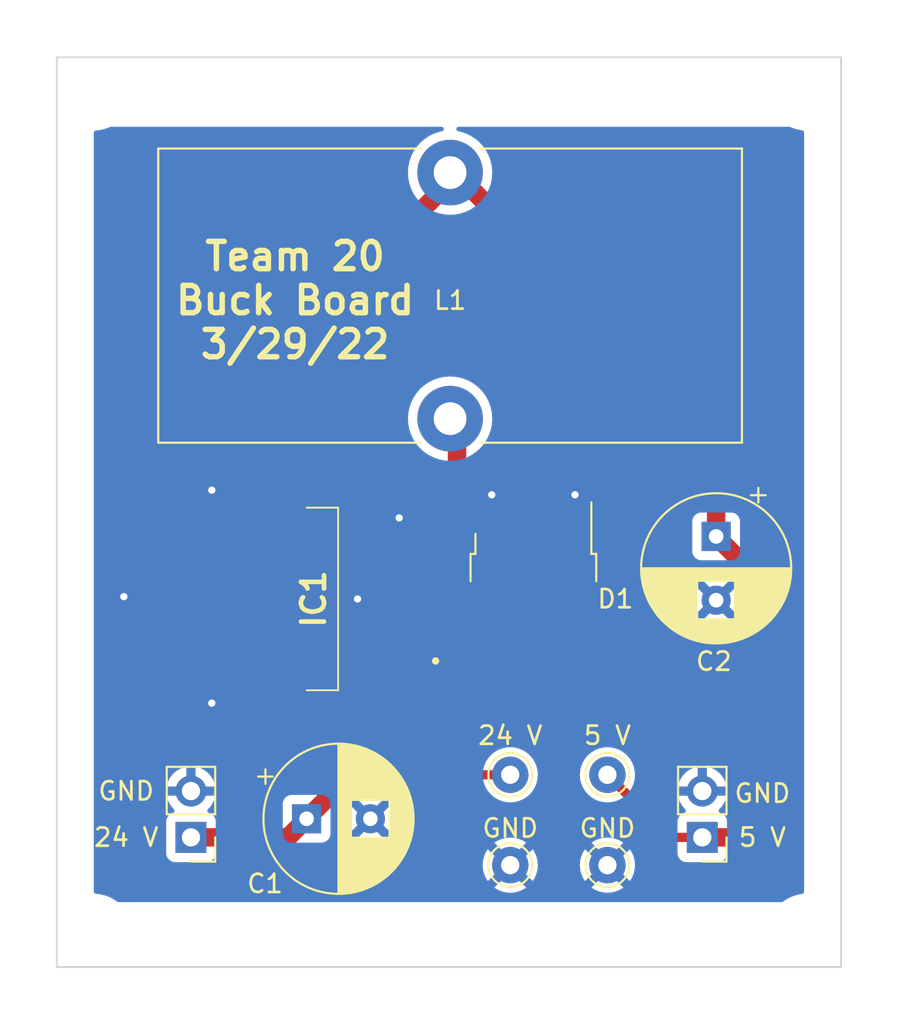
<source format=kicad_pcb>
(kicad_pcb (version 20211014) (generator pcbnew)
  (layers (0 "F.Cu" signal) (31 "B.Cu" signal) (34 "B.Paste" user) (35 "F.Paste" user) (36 "B.SilkS" user "B.Silkscreen") (37 "F.SilkS" user "F.Silkscreen") (38 "B.Mask" user) (39 "F.Mask" user) (44 "Edge.Cuts" user))
  (net 0 "")
  (net 1 "+24V")
  (net 2 "GND")
  (net 3 "+5V")
  (net 4 "Net-(IC1-Pad2)")
  (footprint "MountingHole:MountingHole_3.2mm_M3" (layer "F.Cu") (at 94.107 90.424)
    (fp_text reference "H3")
    (fp_text value "MountingHole")
    (pad "" np_thru_hole circle (at 0 0) (size 3.2 3.2) (drill 3.2) (layers *.Cu *.Mask))
  )
  (footprint "Package_TO_SOT_SMD:TO-252-2" (layer "F.Cu") (at 79.121 72.136 -90)
    (fp_text reference "D1" (at 0 -4.5 180) (layer "F.SilkS"))
    (fp_text value "D_Schottky_AKA")
    (fp_line (start -2.47 -3.45) (end -2.47 -3.18) (layer "F.SilkS") (width 0.12))
    (fp_line (start -2.47 3.45) (end -2.47 3.18) (layer "F.SilkS") (width 0.12))
    (fp_line (start -0.97 3.45) (end -2.47 3.45) (layer "F.SilkS") (width 0.12))
    (fp_line (start -2.47 -3.18) (end -5.3 -3.18) (layer "F.SilkS") (width 0.12))
    (fp_line (start -2.47 3.18) (end -3.57 3.18) (layer "F.SilkS") (width 0.12))
    (fp_line (start -0.97 -3.45) (end -2.47 -3.45) (layer "F.SilkS") (width 0.12))
    (pad "1" smd rect (at -4.2 -2.28 270) (size 2.2 1.2) (layers "F.Cu" "F.Paste" "F.Mask") (net 2 "GND"))
    (pad "2" smd rect (at 2.1 0 270) (size 6.4 5.8) (layers "F.Cu" "F.Mask") (net 4 "Net-(IC1-Pad2)"))
    (pad "3" smd rect (at -4.2 2.28 270) (size 2.2 1.2) (layers "F.Cu" "F.Paste" "F.Mask") (net 2 "GND"))
  )
  (footprint "TestPoint:TestPoint_THTPad_D2.0mm_Drill1.0mm" (layer "F.Cu") (at 77.851 81.783)
    (fp_text reference "TP1")
    (fp_text value "24 V" (at 0 -2.154) (layer "F.SilkS"))
    (fp_circle (center 0 0) (end 0 1.2) (layer "F.SilkS") (width 0.12) (fill none))
    (pad "1" thru_hole circle (at 0 0) (size 2 2) (drill 1) (layers *.Cu *.Mask) (net 1 "+24V"))
  )
  (footprint "MountingHole:MountingHole_3.2mm_M3" (layer "F.Cu") (at 54.991 90.424)
    (fp_text reference "H2")
    (fp_text value "MountingHole")
    (pad "" np_thru_hole circle (at 0 0) (size 3.2 3.2) (drill 3.2) (layers *.Cu *.Mask))
  )
  (footprint "MountingHole:MountingHole_3.2mm_M3" (layer "F.Cu") (at 54.991 44.323)
    (fp_text reference "H1")
    (fp_text value "MountingHole")
    (pad "" np_thru_hole circle (at 0 0) (size 3.2 3.2) (drill 3.2) (layers *.Cu *.Mask))
  )
  (footprint "MountingHole:MountingHole_3.2mm_M3" (layer "F.Cu") (at 94.107 44.323)
    (fp_text reference "H4")
    (fp_text value "MountingHole")
    (pad "" np_thru_hole circle (at 0 0) (size 3.2 3.2) (drill 3.2) (layers *.Cu *.Mask))
  )
  (footprint "TestPoint:TestPoint_THTPad_D2.0mm_Drill1.0mm" (layer "F.Cu") (at 77.851 86.741)
    (fp_text reference "TP4")
    (fp_text value "GND" (at 0 -2.027) (layer "F.SilkS"))
    (fp_circle (center 0 0) (end 0 1.2) (layer "F.SilkS") (width 0.12) (fill none))
    (pad "1" thru_hole circle (at 0 0) (size 2 2) (drill 1) (layers *.Cu *.Mask) (net 2 "GND"))
  )
  (footprint "Capacitor_THT:CP_Radial_D8.0mm_P3.50mm" (layer "F.Cu") (at 66.673349 84.196)
    (fp_text reference "C1" (at -2.284349 3.561) (layer "F.SilkS"))
    (fp_text value "100uF")
    (fp_line (start 5.031 -2.454) (end 5.031 2.454) (layer "F.SilkS") (width 0.12))
    (fp_line (start 3.591 -3.647) (end 3.591 -1.04) (layer "F.SilkS") (width 0.12))
    (fp_line (start 3.231 -3.805) (end 3.231 -1.04) (layer "F.SilkS") (width 0.12))
    (fp_line (start 2.871 -3.925) (end 2.871 -1.04) (layer "F.SilkS") (width 0.12))
    (fp_line (start 1.75 -4.08) (end 1.75 4.08) (layer "F.SilkS") (width 0.12))
    (fp_line (start 3.471 1.04) (end 3.471 3.704) (layer "F.SilkS") (width 0.12))
    (fp_line (start 4.431 1.04) (end 4.431 3.09) (layer "F.SilkS") (width 0.12))
    (fp_line (start 2.951 -3.902) (end 2.951 -1.04) (layer "F.SilkS") (width 0.12))
    (fp_line (start 2.591 -3.994) (end 2.591 -1.04) (layer "F.SilkS") (width 0.12))
    (fp_line (start 5.351 -1.964) (end 5.351 1.964) (layer "F.SilkS") (width 0.12))
    (fp_line (start 3.311 1.04) (end 3.311 3.774) (layer "F.SilkS") (width 0.12))
    (fp_line (start 2.591 1.04) (end 2.591 3.994) (layer "F.SilkS") (width 0.12))
    (fp_line (start 1.91 -4.077) (end 1.91 4.077) (layer "F.SilkS") (width 0.12))
    (fp_line (start -2.659698 -2.315) (end -1.859698 -2.315) (layer "F.SilkS") (width 0.12))
    (fp_line (start 1.87 -4.079) (end 1.87 4.079) (layer "F.SilkS") (width 0.12))
    (fp_line (start 3.991 1.04) (end 3.991 3.418) (layer "F.SilkS") (width 0.12))
    (fp_line (start 4.671 -2.867) (end 4.671 2.867) (layer "F.SilkS") (width 0.12))
    (fp_line (start 2.31 -4.042) (end 2.31 4.042) (layer "F.SilkS") (width 0.12))
    (fp_line (start 5.631 -1.346) (end 5.631 1.346) (layer "F.SilkS") (width 0.12))
    (fp_line (start 4.991 -2.505) (end 4.991 2.505) (layer "F.SilkS") (width 0.12))
    (fp_line (start 5.711 -1.098) (end 5.711 1.098) (layer "F.SilkS") (width 0.12))
    (fp_line (start 4.271 1.04) (end 4.271 3.22) (layer "F.SilkS") (width 0.12))
    (fp_line (start 3.431 1.04) (end 3.431 3.722) (layer "F.SilkS") (width 0.12))
    (fp_line (start 4.831 -2.697) (end 4.831 2.697) (layer "F.SilkS") (width 0.12))
    (fp_line (start 4.191 1.04) (end 4.191 3.28) (layer "F.SilkS") (width 0.12))
    (fp_line (start 4.191 -3.28) (end 4.191 -1.04) (layer "F.SilkS") (width 0.12))
    (fp_line (start 3.391 -3.74) (end 3.391 -1.04) (layer "F.SilkS") (width 0.12))
    (fp_line (start 3.871 1.04) (end 3.871 3.493) (layer "F.SilkS") (width 0.12))
    (fp_line (start 3.711 -3.584) (end 3.711 -1.04) (layer "F.SilkS") (width 0.12))
    (fp_line (start 4.391 1.04) (end 4.391 3.124) (layer "F.SilkS") (width 0.12))
    (fp_line (start 4.711 -2.826) (end 4.711 2.826) (layer "F.SilkS") (width 0.12))
    (fp_line (start 4.151 -3.309) (end 4.151 -1.04) (layer "F.SilkS") (width 0.12))
    (fp_line (start 3.271 -3.79) (end 3.271 -1.04) (layer "F.SilkS") (width 0.12))
    (fp_line (start 1.95 -4.076) (end 1.95 4.076) (layer "F.SilkS") (width 0.12))
    (fp_line (start 3.471 -3.704) (end 3.471 -1.04) (layer "F.SilkS") (width 0.12))
    (fp_line (start 2.671 -3.976) (end 2.671 -1.04) (layer "F.SilkS") (width 0.12))
    (fp_line (start 3.631 1.04) (end 3.631 3.627) (layer "F.SilkS") (width 0.12))
    (fp_line (start 5.271 -2.102) (end 5.271 2.102) (layer "F.SilkS") (width 0.12))
    (fp_line (start 4.311 1.04) (end 4.311 3.189) (layer "F.SilkS") (width 0.12))
    (fp_line (start 2.11 -4.065) (end 2.11 4.065) (layer "F.SilkS") (width 0.12))
    (fp_line (start 3.751 -3.562) (end 3.751 -1.04) (layer "F.SilkS") (width 0.12))
    (fp_line (start 4.031 1.04) (end 4.031 3.392) (layer "F.SilkS") (width 0.12))
    (fp_line (start 5.791 -0.768) (end 5.791 0.768) (layer "F.SilkS") (width 0.12))
    (fp_line (start 2.991 1.04) (end 2.991 3.889) (layer "F.SilkS") (width 0.12))
    (fp_line (start 3.071 1.04) (end 3.071 3.863) (layer "F.SilkS") (width 0.12))
    (fp_line (start 4.071 1.04) (end 4.071 3.365) (layer "F.SilkS") (width 0.12))
    (fp_line (start 3.551 -3.666) (end 3.551 -1.04) (layer "F.SilkS") (width 0.12))
    (fp_line (start 3.751 1.04) (end 3.751 3.562) (layer "F.SilkS") (width 0.12))
    (fp_line (start 3.191 1.04) (end 3.191 3.821) (layer "F.SilkS") (width 0.12))
    (fp_line (start 3.351 1.04) (end 3.351 3.757) (layer "F.SilkS") (width 0.12))
    (fp_line (start 4.751 -2.784) (end 4.751 2.784) (layer "F.SilkS") (width 0.12))
    (fp_line (start 4.271 -3.22) (end 4.271 -1.04) (layer "F.SilkS") (width 0.12))
    (fp_line (start 2.711 1.04) (end 2.711 3.967) (layer "F.SilkS") (width 0.12))
    (fp_line (start 2.751 -3.957) (end 2.751 -1.04) (layer "F.SilkS") (width 0.12))
    (fp_line (start 2.911 1.04) (end 2.911 3.914) (layer "F.SilkS") (width 0.12))
    (fp_line (start 4.871 -2.651) (end 4.871 2.651) (layer "F.SilkS") (width 0.12))
    (fp_line (start 5.431 -1.813) (end 5.431 1.813) (layer "F.SilkS") (width 0.12))
    (fp_line (start 4.231 -3.25) (end 4.231 -1.04) (layer "F.SilkS") (width 0.12))
    (fp_line (start 2.871 1.04) (end 2.871 3.925) (layer "F.SilkS") (width 0.12))
    (fp_line (start 3.671 -3.606) (end 3.671 -1.04) (layer "F.SilkS") (width 0.12))
    (fp_line (start 2.35 -4.037) (end 2.35 4.037) (layer "F.SilkS") (width 0.12))
    (fp_line (start 3.591 1.04) (end 3.591 3.647) (layer "F.SilkS") (width 0.12))
    (fp_line (start 4.511 1.04) (end 4.511 3.019) (layer "F.SilkS") (width 0.12))
    (fp_line (start 3.231 1.04) (end 3.231 3.805) (layer "F.SilkS") (width 0.12))
    (fp_line (start 5.151 -2.287) (end 5.151 2.287) (layer "F.SilkS") (width 0.12))
    (fp_line (start 2.471 -4.017) (end 2.471 -1.04) (layer "F.SilkS") (width 0.12))
    (fp_line (start 5.831 -0.533) (end 5.831 0.533) (layer "F.SilkS") (width 0.12))
    (fp_line (start 4.431 -3.09) (end 4.431 -1.04) (layer "F.SilkS") (width 0.12))
    (fp_line (start 2.671 1.04) (end 2.671 3.976) (layer "F.SilkS") (width 0.12))
    (fp_line (start 3.111 -3.85) (end 3.111 -1.04) (layer "F.SilkS") (width 0.12))
    (fp_line (start 5.391 -1.89) (end 5.391 1.89) (layer "F.SilkS") (width 0.12))
    (fp_line (start 4.471 1.04) (end 4.471 3.055) (layer "F.SilkS") (width 0.12))
    (fp_line (start 3.551 1.04) (end 3.551 3.666) (layer "F.SilkS") (width 0.12))
    (fp_line (start 5.231 -2.166) (end 5.231 2.166) (layer "F.SilkS") (width 0.12))
    (fp_line (start 2.711 -3.967) (end 2.711 -1.04) (layer "F.SilkS") (width 0.12))
    (fp_line (start 3.911 1.04) (end 3.911 3.469) (layer "F.SilkS") (width 0.12))
    (fp_line (start 5.551 -1.552) (end 5.551 1.552) (layer "F.SilkS") (width 0.12))
    (fp_line (start 2.511 -4.01) (end 2.511 -1.04) (layer "F.SilkS") (width 0.12))
    (fp_line (start 4.391 -3.124) (end 4.391 -1.04) (layer "F.SilkS") (width 0.12))
    (fp_line (start 3.391 1.04) (end 3.391 3.74) (layer "F.SilkS") (width 0.12))
    (fp_line (start 4.111 -3.338) (end 4.111 -1.04) (layer "F.SilkS") (width 0.12))
    (fp_line (start 2.471 1.04) (end 2.471 4.017) (layer "F.SilkS") (width 0.12))
    (fp_line (start 2.07 -4.068) (end 2.07 4.068) (layer "F.SilkS") (width 0.12))
    (fp_line (start 2.19 -4.057) (end 2.19 4.057) (layer "F.SilkS") (width 0.12))
    (fp_line (start 2.751 1.04) (end 2.751 3.957) (layer "F.SilkS") (width 0.12))
    (fp_line (start 4.111 1.04) (end 4.111 3.338) (layer "F.SilkS") (width 0.12))
    (fp_line (start 3.951 -3.444) (end 3.951 -1.04) (layer "F.SilkS") (width 0.12))
    (fp_line (start 4.311 -3.189) (end 4.311 -1.04) (layer "F.SilkS") (width 0.12))
    (fp_line (start 3.031 -3.877) (end 3.031 -1.04) (layer "F.SilkS") (width 0.12))
    (fp_line (start 4.031 -3.392) (end 4.031 -1.04) (layer "F.SilkS") (width 0.12))
    (fp_line (start 3.351 -3.757) (end 3.351 -1.04) (layer "F.SilkS") (width 0.12))
    (fp_line (start 3.431 -3.722) (end 3.431 -1.04) (layer "F.SilkS") (width 0.12))
    (fp_line (start 3.831 1.04) (end 3.831 3.517) (layer "F.SilkS") (width 0.12))
    (fp_line (start 3.311 -3.774) (end 3.311 -1.04) (layer "F.SilkS") (width 0.12))
    (fp_line (start 3.151 1.04) (end 3.151 3.835) (layer "F.SilkS") (width 0.12))
    (fp_line (start 4.551 -2.983) (end 4.551 2.983) (layer "F.SilkS") (width 0.12))
    (fp_line (start 4.631 -2.907) (end 4.631 2.907) (layer "F.SilkS") (width 0.12))
    (fp_line (start 3.991 -3.418) (end 3.991 -1.04) (layer "F.SilkS") (width 0.12))
    (fp_line (start 2.831 -3.936) (end 2.831 -1.04) (layer "F.SilkS") (width 0.12))
    (fp_line (start 5.191 -2.228) (end 5.191 2.228) (layer "F.SilkS") (width 0.12))
    (fp_line (start 3.191 -3.821) (end 3.191 -1.04) (layer "F.SilkS") (width 0.12))
    (fp_line (start 2.511 1.04) (end 2.511 4.01) (layer "F.SilkS") (width 0.12))
    (fp_line (start 2.631 -3.985) (end 2.631 -1.04) (layer "F.SilkS") (width 0.12))
    (fp_line (start 2.951 1.04) (end 2.951 3.902) (layer "F.SilkS") (width 0.12))
    (fp_line (start 4.071 -3.365) (end 4.071 -1.04) (layer "F.SilkS") (width 0.12))
    (fp_line (start 4.351 1.04) (end 4.351 3.156) (layer "F.SilkS") (width 0.12))
    (fp_line (start 1.83 -4.08) (end 1.83 4.08) (layer "F.SilkS") (width 0.12))
    (fp_line (start 3.511 1.04) (end 3.511 3.686) (layer "F.SilkS") (width 0.12))
    (fp_line (start 4.791 -2.741) (end 4.791 2.741) (layer "F.SilkS") (width 0.12))
    (fp_line (start 4.911 -2.604) (end 4.911 2.604) (layer "F.SilkS") (width 0.12))
    (fp_line (start 2.831 1.04) (end 2.831 3.936) (layer "F.SilkS") (width 0.12))
    (fp_line (start 3.271 1.04) (end 3.271 3.79) (layer "F.SilkS") (width 0.12))
    (fp_line (start 3.831 -3.517) (end 3.831 -1.04) (layer "F.SilkS") (width 0.12))
    (fp_line (start -2.259698 -2.715) (end -2.259698 -1.915) (layer "F.SilkS") (width 0.12))
    (fp_line (start 2.631 1.04) (end 2.631 3.985) (layer "F.SilkS") (width 0.12))
    (fp_line (start 3.711 1.04) (end 3.711 3.584) (layer "F.SilkS") (width 0.12))
    (fp_line (start 4.951 -2.556) (end 4.951 2.556) (layer "F.SilkS") (width 0.12))
    (fp_line (start 3.671 1.04) (end 3.671 3.606) (layer "F.SilkS") (width 0.12))
    (fp_line (start 2.911 -3.914) (end 2.911 -1.04) (layer "F.SilkS") (width 0.12))
    (fp_line (start 5.591 -1.453) (end 5.591 1.453) (layer "F.SilkS") (width 0.12))
    (fp_line (start 3.511 -3.686) (end 3.511 -1.04) (layer "F.SilkS") (width 0.12))
    (fp_line (start 2.551 -4.002) (end 2.551 -1.04) (layer "F.SilkS") (width 0.12))
    (fp_line (start 5.311 -2.034) (end 5.311 2.034) (layer "F.SilkS") (width 0.12))
    (fp_line (start 3.071 -3.863) (end 3.071 -1.04) (layer "F.SilkS") (width 0.12))
    (fp_line (start 2.39 -4.03) (end 2.39 4.03) (layer "F.SilkS") (width 0.12))
    (fp_line (start 5.511 -1.645) (end 5.511 1.645) (layer "F.SilkS") (width 0.12))
    (fp_line (start 4.471 -3.055) (end 4.471 -1.04) (layer "F.SilkS") (width 0.12))
    (fp_line (start 5.751 -0.948) (end 5.751 0.948) (layer "F.SilkS") (width 0.12))
    (fp_line (start 4.151 1.04) (end 4.151 3.309) (layer "F.SilkS") (width 0.12))
    (fp_line (start 5.471 -1.731) (end 5.471 1.731) (layer "F.SilkS") (width 0.12))
    (fp_line (start 3.871 -3.493) (end 3.871 -1.04) (layer "F.SilkS") (width 0.12))
    (fp_line (start 5.111 -2.345) (end 5.111 2.345) (layer "F.SilkS") (width 0.12))
    (fp_line (start 5.671 -1.229) (end 5.671 1.229) (layer "F.SilkS") (width 0.12))
    (fp_line (start 3.951 1.04) (end 3.951 3.444) (layer "F.SilkS") (width 0.12))
    (fp_line (start 2.27 -4.048) (end 2.27 4.048) (layer "F.SilkS") (width 0.12))
    (fp_line (start 3.631 -3.627) (end 3.631 -1.04) (layer "F.SilkS") (width 0.12))
    (fp_line (start 3.031 1.04) (end 3.031 3.877) (layer "F.SilkS") (width 0.12))
    (fp_line (start 3.111 1.04) (end 3.111 3.85) (layer "F.SilkS") (width 0.12))
    (fp_line (start 4.231 1.04) (end 4.231 3.25) (layer "F.SilkS") (width 0.12))
    (fp_line (start 3.791 1.04) (end 3.791 3.54) (layer "F.SilkS") (width 0.12))
    (fp_line (start 2.991 -3.889) (end 2.991 -1.04) (layer "F.SilkS") (width 0.12))
    (fp_line (start 2.15 -4.061) (end 2.15 4.061) (layer "F.SilkS") (width 0.12))
    (fp_line (start 5.071 -2.4) (end 5.071 2.4) (layer "F.SilkS") (width 0.12))
    (fp_line (start 2.551 1.04) (end 2.551 4.002) (layer "F.SilkS") (width 0.12))
    (fp_line (start 3.911 -3.469) (end 3.911 -1.04) (layer "F.SilkS") (width 0.12))
    (fp_line (start 2.03 -4.071) (end 2.03 4.071) (layer "F.SilkS") (width 0.12))
    (fp_line (start 3.791 -3.54) (end 3.791 -1.04) (layer "F.SilkS") (width 0.12))
    (fp_line (start 2.23 -4.052) (end 2.23 4.052) (layer "F.SilkS") (width 0.12))
    (fp_line (start 4.511 -3.019) (end 4.511 -1.04) (layer "F.SilkS") (width 0.12))
    (fp_line (start 4.351 -3.156) (end 4.351 -1.04) (layer "F.SilkS") (width 0.12))
    (fp_line (start 2.43 -4.024) (end 2.43 4.024) (layer "F.SilkS") (width 0.12))
    (fp_line (start 2.791 -3.947) (end 2.791 -1.04) (layer "F.SilkS") (width 0.12))
    (fp_line (start 1.99 -4.074) (end 1.99 4.074) (layer "F.SilkS") (width 0.12))
    (fp_line (start 1.79 -4.08) (end 1.79 4.08) (layer "F.SilkS") (width 0.12))
    (fp_line (start 3.151 -3.835) (end 3.151 -1.04) (layer "F.SilkS") (width 0.12))
    (fp_line (start 4.591 -2.945) (end 4.591 2.945) (layer "F.SilkS") (width 0.12))
    (fp_line (start 2.791 1.04) (end 2.791 3.947) (layer "F.SilkS") (width 0.12))
    (fp_circle (center 1.75 0) (end 5.87 0) (layer "F.SilkS") (width 0.12) (fill none))
    (pad "1" thru_hole rect (at 0 0) (size 1.6 1.6) (drill 0.8) (layers *.Cu *.Mask) (net 1 "+24V"))
    (pad "2" thru_hole circle (at 3.5 0) (size 1.6 1.6) (drill 0.8) (layers *.Cu *.Mask) (net 2 "GND"))
  )
  (footprint "SamacSys_Parts:NCP5663DSADJR4G" (layer "F.Cu") (at 59.055 72.136)
    (fp_text reference "IC1" (at 8.001 0 90) (layer "F.SilkS") (effects (font (size 1.27 1.27) (thickness 0.254))))
    (fp_text value "LM2575D2T-5R4G" hide)
    (fp_line (start 9.347 -5.01) (end 7.62 -5.01) (layer "F.SilkS") (width 0.1))
    (fp_line (start 14.7 3.5) (end 14.7 3.5) (layer "F.SilkS") (width 0.2))
    (fp_line (start 9.347 5.01) (end 9.347 -5.01) (layer "F.SilkS") (width 0.1))
    (fp_line (start 7.62 5.01) (end 9.347 5.01) (layer "F.SilkS") (width 0.1))
    (fp_line (start 14.7 3.3) (end 14.7 3.3) (layer "F.SilkS") (width 0.2))
    (fp_arc (start 14.7 3.5) (mid 14.6 3.4) (end 14.7 3.3) (layer "F.SilkS") (width 0.2))
    (fp_arc (start 14.7 3.3) (mid 14.8 3.4) (end 14.7 3.5) (layer "F.SilkS") (width 0.2))
    (pad "1" smd rect locked (at 12.7 3.404 90) (size 1.016 3.05) (layers "F.Cu" "F.Paste" "F.Mask") (net 1 "+24V"))
    (pad "2" smd rect locked (at 12.7 1.702 90) (size 1.016 3.05) (layers "F.Cu" "F.Paste" "F.Mask") (net 4 "Net-(IC1-Pad2)"))
    (pad "3" smd rect locked (at 12.7 0 90) (size 1.016 3.05) (layers "F.Cu" "F.Paste" "F.Mask") (net 2 "GND"))
    (pad "4" smd rect locked (at 12.7 -1.702 90) (size 1.016 3.05) (layers "F.Cu" "F.Paste" "F.Mask") (net 3 "+5V"))
    (pad "5" smd rect locked (at 12.7 -3.404 90) (size 1.016 3.05) (layers "F.Cu" "F.Paste" "F.Mask") (net 2 "GND"))
    (pad "6" smd rect locked (at 2.395 0) (size 8.38 10.66) (layers "F.Cu" "F.Paste" "F.Mask") (net 2 "GND"))
  )
  (footprint "Inductor_THT:L_Toroid_Vertical_L31.8mm_W15.9mm_P13.50mm_Bourns_5700" (layer "F.Cu") (at 74.549 62.244 180)
    (fp_text reference "L1" (at 0 6.491) (layer "F.SilkS"))
    (fp_text value "330uH")
    (fp_line (start -16.02 14.82) (end -1.608 14.82) (layer "F.SilkS") (width 0.12))
    (fp_line (start -16.02 -1.32) (end -1.608 -1.32) (layer "F.SilkS") (width 0.12))
    (fp_line (start 16.02 -1.32) (end 16.02 14.82) (layer "F.SilkS") (width 0.12))
    (fp_line (start 1.608 -1.32) (end 16.02 -1.32) (layer "F.SilkS") (width 0.12))
    (fp_line (start 1.608 14.82) (end 16.02 14.82) (layer "F.SilkS") (width 0.12))
    (fp_line (start -16.02 -1.32) (end -16.02 14.82) (layer "F.SilkS") (width 0.12))
    (pad "1" thru_hole circle (at 0 0 180) (size 3.6 3.6) (drill 1.8) (layers *.Cu *.Mask) (net 4 "Net-(IC1-Pad2)"))
    (pad "2" thru_hole circle (at 0 13.5 180) (size 3.6 3.6) (drill 1.8) (layers *.Cu *.Mask) (net 3 "+5V"))
  )
  (footprint "Capacitor_THT:CP_Radial_D8.0mm_P3.50mm" (layer "F.Cu") (at 89.154 68.705349 -90)
    (fp_text reference "C2" (at 6.859651 0.127 180) (layer "F.SilkS"))
    (fp_text value "330uF")
    (fp_line (start 4.191 1.04) (end 4.191 3.28) (layer "F.SilkS") (width 0.12))
    (fp_line (start 3.671 -3.606) (end 3.671 -1.04) (layer "F.SilkS") (width 0.12))
    (fp_line (start 1.83 -4.08) (end 1.83 4.08) (layer "F.SilkS") (width 0.12))
    (fp_line (start 2.35 -4.037) (end 2.35 4.037) (layer "F.SilkS") (width 0.12))
    (fp_line (start 4.311 1.04) (end 4.311 3.189) (layer "F.SilkS") (width 0.12))
    (fp_line (start 3.871 -3.493) (end 3.871 -1.04) (layer "F.SilkS") (width 0.12))
    (fp_line (start 3.711 1.04) (end 3.711 3.584) (layer "F.SilkS") (width 0.12))
    (fp_line (start 5.791 -0.768) (end 5.791 0.768) (layer "F.SilkS") (width 0.12))
    (fp_line (start 2.751 1.04) (end 2.751 3.957) (layer "F.SilkS") (width 0.12))
    (fp_line (start 2.871 -3.925) (end 2.871 -1.04) (layer "F.SilkS") (width 0.12))
    (fp_line (start 2.27 -4.048) (end 2.27 4.048) (layer "F.SilkS") (width 0.12))
    (fp_line (start 3.191 1.04) (end 3.191 3.821) (layer "F.SilkS") (width 0.12))
    (fp_line (start 3.631 -3.627) (end 3.631 -1.04) (layer "F.SilkS") (width 0.12))
    (fp_line (start 4.231 -3.25) (end 4.231 -1.04) (layer "F.SilkS") (width 0.12))
    (fp_line (start 1.87 -4.079) (end 1.87 4.079) (layer "F.SilkS") (width 0.12))
    (fp_line (start 4.111 1.04) (end 4.111 3.338) (layer "F.SilkS") (width 0.12))
    (fp_line (start 4.871 -2.651) (end 4.871 2.651) (layer "F.SilkS") (width 0.12))
    (fp_line (start 2.11 -4.065) (end 2.11 4.065) (layer "F.SilkS") (width 0.12))
    (fp_line (start 5.711 -1.098) (end 5.711 1.098) (layer "F.SilkS") (width 0.12))
    (fp_line (start 3.271 1.04) (end 3.271 3.79) (layer "F.SilkS") (width 0.12))
    (fp_line (start 4.671 -2.867) (end 4.671 2.867) (layer "F.SilkS") (width 0.12))
    (fp_line (start 5.031 -2.454) (end 5.031 2.454) (layer "F.SilkS") (width 0.12))
    (fp_line (start 2.43 -4.024) (end 2.43 4.024) (layer "F.SilkS") (width 0.12))
    (fp_line (start 5.591 -1.453) (end 5.591 1.453) (layer "F.SilkS") (width 0.12))
    (fp_line (start 4.031 1.04) (end 4.031 3.392) (layer "F.SilkS") (width 0.12))
    (fp_line (start 2.03 -4.071) (end 2.03 4.071) (layer "F.SilkS") (width 0.12))
    (fp_line (start 3.471 -3.704) (end 3.471 -1.04) (layer "F.SilkS") (width 0.12))
    (fp_line (start 2.951 1.04) (end 2.951 3.902) (layer "F.SilkS") (width 0.12))
    (fp_line (start 2.39 -4.03) (end 2.39 4.03) (layer "F.SilkS") (width 0.12))
    (fp_line (start 4.791 -2.741) (end 4.791 2.741) (layer "F.SilkS") (width 0.12))
    (fp_line (start 4.511 -3.019) (end 4.511 -1.04) (layer "F.SilkS") (width 0.12))
    (fp_line (start 5.431 -1.813) (end 5.431 1.813) (layer "F.SilkS") (width 0.12))
    (fp_line (start 4.391 -3.124) (end 4.391 -1.04) (layer "F.SilkS") (width 0.12))
    (fp_line (start 3.151 1.04) (end 3.151 3.835) (layer "F.SilkS") (width 0.12))
    (fp_line (start 5.151 -2.287) (end 5.151 2.287) (layer "F.SilkS") (width 0.12))
    (fp_line (start 4.431 1.04) (end 4.431 3.09) (layer "F.SilkS") (width 0.12))
    (fp_line (start 2.871 1.04) (end 2.871 3.925) (layer "F.SilkS") (width 0.12))
    (fp_line (start 2.711 -3.967) (end 2.711 -1.04) (layer "F.SilkS") (width 0.12))
    (fp_line (start 5.111 -2.345) (end 5.111 2.345) (layer "F.SilkS") (width 0.12))
    (fp_line (start 3.271 -3.79) (end 3.271 -1.04) (layer "F.SilkS") (width 0.12))
    (fp_line (start 3.751 -3.562) (end 3.751 -1.04) (layer "F.SilkS") (width 0.12))
    (fp_line (start 3.591 -3.647) (end 3.591 -1.04) (layer "F.SilkS") (width 0.12))
    (fp_line (start 2.751 -3.957) (end 2.751 -1.04) (layer "F.SilkS") (width 0.12))
    (fp_line (start 2.711 1.04) (end 2.711 3.967) (layer "F.SilkS") (width 0.12))
    (fp_line (start 5.631 -1.346) (end 5.631 1.346) (layer "F.SilkS") (width 0.12))
    (fp_line (start 1.79 -4.08) (end 1.79 4.08) (layer "F.SilkS") (width 0.12))
    (fp_line (start 3.871 1.04) (end 3.871 3.493) (layer "F.SilkS") (width 0.12))
    (fp_line (start 3.911 1.04) (end 3.911 3.469) (layer "F.SilkS") (width 0.12))
    (fp_line (start 2.591 1.04) (end 2.591 3.994) (layer "F.SilkS") (width 0.12))
    (fp_line (start 3.351 1.04) (end 3.351 3.757) (layer "F.SilkS") (width 0.12))
    (fp_line (start 3.591 1.04) (end 3.591 3.647) (layer "F.SilkS") (width 0.12))
    (fp_line (start 2.791 -3.947) (end 2.791 -1.04) (layer "F.SilkS") (width 0.12))
    (fp_line (start 1.95 -4.076) (end 1.95 4.076) (layer "F.SilkS") (width 0.12))
    (fp_line (start 2.671 -3.976) (end 2.671 -1.04) (layer "F.SilkS") (width 0.12))
    (fp_line (start 2.511 -4.01) (end 2.511 -1.04) (layer "F.SilkS") (width 0.12))
    (fp_line (start 3.151 -3.835) (end 3.151 -1.04) (layer "F.SilkS") (width 0.12))
    (fp_line (start 3.671 1.04) (end 3.671 3.606) (layer "F.SilkS") (width 0.12))
    (fp_line (start 5.071 -2.4) (end 5.071 2.4) (layer "F.SilkS") (width 0.12))
    (fp_line (start 2.991 -3.889) (end 2.991 -1.04) (layer "F.SilkS") (width 0.12))
    (fp_line (start 3.311 1.04) (end 3.311 3.774) (layer "F.SilkS") (width 0.12))
    (fp_line (start 5.311 -2.034) (end 5.311 2.034) (layer "F.SilkS") (width 0.12))
    (fp_line (start 2.631 1.04) (end 2.631 3.985) (layer "F.SilkS") (width 0.12))
    (fp_line (start 2.791 1.04) (end 2.791 3.947) (layer "F.SilkS") (width 0.12))
    (fp_line (start 4.391 1.04) (end 4.391 3.124) (layer "F.SilkS") (width 0.12))
    (fp_line (start 2.551 -4.002) (end 2.551 -1.04) (layer "F.SilkS") (width 0.12))
    (fp_line (start 1.91 -4.077) (end 1.91 4.077) (layer "F.SilkS") (width 0.12))
    (fp_line (start 4.471 1.04) (end 4.471 3.055) (layer "F.SilkS") (width 0.12))
    (fp_line (start 3.551 -3.666) (end 3.551 -1.04) (layer "F.SilkS") (width 0.12))
    (fp_line (start 4.911 -2.604) (end 4.911 2.604) (layer "F.SilkS") (width 0.12))
    (fp_line (start 2.991 1.04) (end 2.991 3.889) (layer "F.SilkS") (width 0.12))
    (fp_line (start -2.259698 -2.715) (end -2.259698 -1.915) (layer "F.SilkS") (width 0.12))
    (fp_line (start 4.471 -3.055) (end 4.471 -1.04) (layer "F.SilkS") (width 0.12))
    (fp_line (start 5.191 -2.228) (end 5.191 2.228) (layer "F.SilkS") (width 0.12))
    (fp_line (start 3.831 -3.517) (end 3.831 -1.04) (layer "F.SilkS") (width 0.12))
    (fp_line (start 2.831 1.04) (end 2.831 3.936) (layer "F.SilkS") (width 0.12))
    (fp_line (start 3.511 -3.686) (end 3.511 -1.04) (layer "F.SilkS") (width 0.12))
    (fp_line (start 2.831 -3.936) (end 2.831 -1.04) (layer "F.SilkS") (width 0.12))
    (fp_line (start 4.351 1.04) (end 4.351 3.156) (layer "F.SilkS") (width 0.12))
    (fp_line (start 3.471 1.04) (end 3.471 3.704) (layer "F.SilkS") (width 0.12))
    (fp_line (start 2.471 -4.017) (end 2.471 -1.04) (layer "F.SilkS") (width 0.12))
    (fp_line (start 3.191 -3.821) (end 3.191 -1.04) (layer "F.SilkS") (width 0.12))
    (fp_line (start 4.951 -2.556) (end 4.951 2.556) (layer "F.SilkS") (width 0.12))
    (fp_line (start 3.991 -3.418) (end 3.991 -1.04) (layer "F.SilkS") (width 0.12))
    (fp_line (start 3.911 -3.469) (end 3.911 -1.04) (layer "F.SilkS") (width 0.12))
    (fp_line (start 4.111 -3.338) (end 4.111 -1.04) (layer "F.SilkS") (width 0.12))
    (fp_line (start 4.191 -3.28) (end 4.191 -1.04) (layer "F.SilkS") (width 0.12))
    (fp_line (start 3.311 -3.774) (end 3.311 -1.04) (layer "F.SilkS") (width 0.12))
    (fp_line (start 4.151 -3.309) (end 4.151 -1.04) (layer "F.SilkS") (width 0.12))
    (fp_line (start 4.511 1.04) (end 4.511 3.019) (layer "F.SilkS") (width 0.12))
    (fp_line (start 3.951 -3.444) (end 3.951 -1.04) (layer "F.SilkS") (width 0.12))
    (fp_line (start 3.431 -3.722) (end 3.431 -1.04) (layer "F.SilkS") (width 0.12))
    (fp_line (start 4.711 -2.826) (end 4.711 2.826) (layer "F.SilkS") (width 0.12))
    (fp_line (start 3.431 1.04) (end 3.431 3.722) (layer "F.SilkS") (width 0.12))
    (fp_line (start 3.071 1.04) (end 3.071 3.863) (layer "F.SilkS") (width 0.12))
    (fp_line (start 2.551 1.04) (end 2.551 4.002) (layer "F.SilkS") (width 0.12))
    (fp_line (start 2.07 -4.068) (end 2.07 4.068) (layer "F.SilkS") (width 0.12))
    (fp_line (start 3.031 -3.877) (end 3.031 -1.04) (layer "F.SilkS") (width 0.12))
    (fp_line (start 3.511 1.04) (end 3.511 3.686) (layer "F.SilkS") (width 0.12))
    (fp_line (start 3.831 1.04) (end 3.831 3.517) (layer "F.SilkS") (width 0.12))
    (fp_line (start 2.511 1.04) (end 2.511 4.01) (layer "F.SilkS") (width 0.12))
    (fp_line (start 3.071 -3.863) (end 3.071 -1.04) (layer "F.SilkS") (width 0.12))
    (fp_line (start 3.751 1.04) (end 3.751 3.562) (layer "F.SilkS") (width 0.12))
    (fp_line (start 3.231 1.04) (end 3.231 3.805) (layer "F.SilkS") (width 0.12))
    (fp_line (start 2.15 -4.061) (end 2.15 4.061) (layer "F.SilkS") (width 0.12))
    (fp_line (start 4.591 -2.945) (end 4.591 2.945) (layer "F.SilkS") (width 0.12))
    (fp_line (start 5.351 -1.964) (end 5.351 1.964) (layer "F.SilkS") (width 0.12))
    (fp_line (start 4.311 -3.189) (end 4.311 -1.04) (layer "F.SilkS") (width 0.12))
    (fp_line (start 3.231 -3.805) (end 3.231 -1.04) (layer "F.SilkS") (width 0.12))
    (fp_line (start 4.991 -2.505) (end 4.991 2.505) (layer "F.SilkS") (width 0.12))
    (fp_line (start 3.351 -3.757) (end 3.351 -1.04) (layer "F.SilkS") (width 0.12))
    (fp_line (start 4.351 -3.156) (end 4.351 -1.04) (layer "F.SilkS") (width 0.12))
    (fp_line (start 3.551 1.04) (end 3.551 3.666) (layer "F.SilkS") (width 0.12))
    (fp_line (start 4.071 -3.365) (end 4.071 -1.04) (layer "F.SilkS") (width 0.12))
    (fp_line (start 1.99 -4.074) (end 1.99 4.074) (layer "F.SilkS") (width 0.12))
    (fp_line (start 4.751 -2.784) (end 4.751 2.784) (layer "F.SilkS") (width 0.12))
    (fp_line (start 2.19 -4.057) (end 2.19 4.057) (layer "F.SilkS") (width 0.12))
    (fp_line (start 2.31 -4.042) (end 2.31 4.042) (layer "F.SilkS") (width 0.12))
    (fp_line (start 2.631 -3.985) (end 2.631 -1.04) (layer "F.SilkS") (width 0.12))
    (fp_line (start 1.75 -4.08) (end 1.75 4.08) (layer "F.SilkS") (width 0.12))
    (fp_line (start 5.831 -0.533) (end 5.831 0.533) (layer "F.SilkS") (width 0.12))
    (fp_line (start 2.671 1.04) (end 2.671 3.976) (layer "F.SilkS") (width 0.12))
    (fp_line (start 4.551 -2.983) (end 4.551 2.983) (layer "F.SilkS") (width 0.12))
    (fp_line (start 5.751 -0.948) (end 5.751 0.948) (layer "F.SilkS") (width 0.12))
    (fp_line (start 2.951 -3.902) (end 2.951 -1.04) (layer "F.SilkS") (width 0.12))
    (fp_line (start 2.471 1.04) (end 2.471 4.017) (layer "F.SilkS") (width 0.12))
    (fp_line (start 5.671 -1.229) (end 5.671 1.229) (layer "F.SilkS") (width 0.12))
    (fp_line (start 4.271 1.04) (end 4.271 3.22) (layer "F.SilkS") (width 0.12))
    (fp_line (start 3.951 1.04) (end 3.951 3.444) (layer "F.SilkS") (width 0.12))
    (fp_line (start 4.071 1.04) (end 4.071 3.365) (layer "F.SilkS") (width 0.12))
    (fp_line (start 4.271 -3.22) (end 4.271 -1.04) (layer "F.SilkS") (width 0.12))
    (fp_line (start 4.831 -2.697) (end 4.831 2.697) (layer "F.SilkS") (width 0.12))
    (fp_line (start 3.791 -3.54) (end 3.791 -1.04) (layer "F.SilkS") (width 0.12))
    (fp_line (start 3.031 1.04) (end 3.031 3.877) (layer "F.SilkS") (width 0.12))
    (fp_line (start 5.551 -1.552) (end 5.551 1.552) (layer "F.SilkS") (width 0.12))
    (fp_line (start 2.591 -3.994) (end 2.591 -1.04) (layer "F.SilkS") (width 0.12))
    (fp_line (start 4.431 -3.09) (end 4.431 -1.04) (layer "F.SilkS") (width 0.12))
    (fp_line (start 2.911 -3.914) (end 2.911 -1.04) (layer "F.SilkS") (width 0.12))
    (fp_line (start 3.991 1.04) (end 3.991 3.418) (layer "F.SilkS") (width 0.12))
    (fp_line (start 3.711 -3.584) (end 3.711 -1.04) (layer "F.SilkS") (width 0.12))
    (fp_line (start 5.391 -1.89) (end 5.391 1.89) (layer "F.SilkS") (width 0.12))
    (fp_line (start 3.791 1.04) (end 3.791 3.54) (layer "F.SilkS") (width 0.12))
    (fp_line (start -2.659698 -2.315) (end -1.859698 -2.315) (layer "F.SilkS") (width 0.12))
    (fp_line (start 3.391 1.04) (end 3.391 3.74) (layer "F.SilkS") (width 0.12))
    (fp_line (start 5.271 -2.102) (end 5.271 2.102) (layer "F.SilkS") (width 0.12))
    (fp_line (start 3.111 1.04) (end 3.111 3.85) (layer "F.SilkS") (width 0.12))
    (fp_line (start 2.23 -4.052) (end 2.23 4.052) (layer "F.SilkS") (width 0.12))
    (fp_line (start 4.151 1.04) (end 4.151 3.309) (layer "F.SilkS") (width 0.12))
    (fp_line (start 5.471 -1.731) (end 5.471 1.731) (layer "F.SilkS") (width 0.12))
    (fp_line (start 2.911 1.04) (end 2.911 3.914) (layer "F.SilkS") (width 0.12))
    (fp_line (start 4.031 -3.392) (end 4.031 -1.04) (layer "F.SilkS") (width 0.12))
    (fp_line (start 4.631 -2.907) (end 4.631 2.907) (layer "F.SilkS") (width 0.12))
    (fp_line (start 5.511 -1.645) (end 5.511 1.645) (layer "F.SilkS") (width 0.12))
    (fp_line (start 3.631 1.04) (end 3.631 3.627) (layer "F.SilkS") (width 0.12))
    (fp_line (start 3.391 -3.74) (end 3.391 -1.04) (layer "F.SilkS") (width 0.12))
    (fp_line (start 4.231 1.04) (end 4.231 3.25) (layer "F.SilkS") (width 0.12))
    (fp_line (start 5.231 -2.166) (end 5.231 2.166) (layer "F.SilkS") (width 0.12))
    (fp_line (start 3.111 -3.85) (end 3.111 -1.04) (layer "F.SilkS") (width 0.12))
    (fp_circle (center 1.75 0) (end 5.87 0) (layer "F.SilkS") (width 0.12) (fill none))
    (pad "1" thru_hole rect (at 0 0 270) (size 1.6 1.6) (drill 0.8) (layers *.Cu *.Mask) (net 3 "+5V"))
    (pad "2" thru_hole circle (at 3.5 0 270) (size 1.6 1.6) (drill 0.8) (layers *.Cu *.Mask) (net 2 "GND"))
  )
  (footprint "Connector_PinHeader_2.54mm:PinHeader_1x02_P2.54mm_Vertical" (layer "F.Cu") (at 88.392 85.217 180)
    (fp_text reference "J2")
    (fp_text value "5 V" (at -3.302 0) (layer "F.SilkS"))
    (fp_text user "GND" (at -3.302 2.413 unlocked) (layer "F.SilkS"))
    (fp_line (start 1.33 1.27) (end 1.33 3.87) (layer "F.SilkS") (width 0.12))
    (fp_line (start -1.33 3.87) (end 1.33 3.87) (layer "F.SilkS") (width 0.12))
    (fp_line (start -1.33 1.27) (end -1.33 3.87) (layer "F.SilkS") (width 0.12))
    (fp_line (start -1.33 -1.33) (end 0 -1.33) (layer "F.SilkS") (width 0.12))
    (fp_line (start -1.33 0) (end -1.33 -1.33) (layer "F.SilkS") (width 0.12))
    (fp_line (start -1.33 1.27) (end 1.33 1.27) (layer "F.SilkS") (width 0.12))
    (pad "1" thru_hole rect (at 0 0 180) (size 1.7 1.7) (drill 1) (layers *.Cu *.Mask) (net 3 "+5V"))
    (pad "2" thru_hole oval (at 0 2.54 180) (size 1.7 1.7) (drill 1) (layers *.Cu *.Mask) (net 2 "GND"))
  )
  (footprint "TestPoint:TestPoint_THTPad_D2.0mm_Drill1.0mm" (layer "F.Cu") (at 83.185 81.783)
    (fp_text reference "TP2")
    (fp_text value "5 V" (at 0 -2.154) (layer "F.SilkS"))
    (fp_circle (center 0 0) (end 0 1.2) (layer "F.SilkS") (width 0.12) (fill none))
    (pad "1" thru_hole circle (at 0 0) (size 2 2) (drill 1) (layers *.Cu *.Mask) (net 3 "+5V"))
  )
  (footprint "Connector_PinHeader_2.54mm:PinHeader_1x02_P2.54mm_Vertical" (layer "F.Cu") (at 60.325 85.217 180)
    (fp_text reference "J1")
    (fp_text value "24 V" (at 3.556 0) (layer "F.SilkS"))
    (fp_text user "GND" (at 3.556 2.54 unlocked) (layer "F.SilkS"))
    (fp_line (start -1.33 1.27) (end 1.33 1.27) (layer "F.SilkS") (width 0.12))
    (fp_line (start -1.33 3.87) (end 1.33 3.87) (layer "F.SilkS") (width 0.12))
    (fp_line (start -1.33 1.27) (end -1.33 3.87) (layer "F.SilkS") (width 0.12))
    (fp_line (start 1.33 1.27) (end 1.33 3.87) (layer "F.SilkS") (width 0.12))
    (fp_line (start -1.33 0) (end -1.33 -1.33) (layer "F.SilkS") (width 0.12))
    (fp_line (start -1.33 -1.33) (end 0 -1.33) (layer "F.SilkS") (width 0.12))
    (pad "1" thru_hole rect (at 0 0 180) (size 1.7 1.7) (drill 1) (layers *.Cu *.Mask) (net 1 "+24V"))
    (pad "2" thru_hole oval (at 0 2.54 180) (size 1.7 1.7) (drill 1) (layers *.Cu *.Mask) (net 2 "GND"))
  )
  (footprint "TestPoint:TestPoint_THTPad_D2.0mm_Drill1.0mm" (layer "F.Cu") (at 83.185 86.741)
    (fp_text reference "TP3")
    (fp_text value "GND" (at 0 -2.027) (layer "F.SilkS"))
    (fp_circle (center 0 0) (end 0 1.2) (layer "F.SilkS") (width 0.12) (fill none))
    (pad "1" thru_hole circle (at 0 0) (size 2 2) (drill 1) (layers *.Cu *.Mask) (net 2 "GND"))
  )
  (gr_rect (start 52.959 42.418) (end 96.012 92.329) (layer "Edge.Cuts") (width 0.1) (fill none))
  (gr_text "Team 20\nBuck Board\n3/29/22" (at 66.04 55.753) (layer "F.SilkS") (effects (font (size 1.5 1.5) (thickness 0.3))))
  (segment (start 77.851 81.783) (end 69.086348 81.783) (width 0.508) (layer "F.Cu") (net 1))
  (segment (start 71.755 79.114349) (end 69.021174 81.848174) (width 1.016) (layer "F.Cu") (net 1))
  (segment (start 65.652349 85.217) (end 66.673349 84.196) (width 1.016) (layer "F.Cu") (net 1))
  (segment (start 60.325 85.217) (end 65.652349 85.217) (width 1.016) (layer "F.Cu") (net 1))
  (segment (start 69.086348 81.783) (end 69.021174 81.848174) (width 0.508) (layer "F.Cu") (net 1))
  (segment (start 71.755 75.54) (end 71.755 79.114349) (width 1.016) (layer "F.Cu") (net 1))
  (segment (start 69.021174 81.848174) (end 66.673349 84.196) (width 1.016) (layer "F.Cu") (net 1))
  (segment (start 56.769 72.136) (end 56.642 72.009) (width 0.508) (layer "F.Cu") (net 2))
  (segment (start 61.45 72.136) (end 61.45 77.833) (width 0.508) (layer "F.Cu") (net 2))
  (segment (start 61.45 66.185) (end 61.468 66.167) (width 0.508) (layer "F.Cu") (net 2))
  (segment (start 61.45 77.833) (end 61.468 77.851) (width 0.508) (layer "F.Cu") (net 2))
  (segment (start 81.401 67.936) (end 81.401 66.427) (width 0.508) (layer "F.Cu") (net 2))
  (segment (start 76.841 66.427) (end 76.835 66.421) (width 0.508) (layer "F.Cu") (net 2))
  (segment (start 71.755 72.136) (end 69.469 72.136) (width 0.508) (layer "F.Cu") (net 2))
  (segment (start 76.841 67.936) (end 76.841 66.427) (width 0.508) (layer "F.Cu") (net 2))
  (segment (start 61.45 72.136) (end 56.769 72.136) (width 0.508) (layer "F.Cu") (net 2))
  (segment (start 71.755 68.732) (end 71.755 67.691) (width 0.508) (layer "F.Cu") (net 2))
  (segment (start 81.401 66.427) (end 81.407 66.421) (width 0.508) (layer "F.Cu") (net 2))
  (segment (start 61.45 72.136) (end 61.45 66.185) (width 0.508) (layer "F.Cu") (net 2))
  (via (at 61.468 66.167) (size 0.8) (drill 0.4) (layers "F.Cu" "B.Cu") (net 2))
  (via (at 81.407 66.421) (size 0.8) (drill 0.4) (layers "F.Cu" "B.Cu") (net 2))
  (via (at 71.755 67.691) (size 0.8) (drill 0.4) (layers "F.Cu" "B.Cu") (net 2))
  (via (at 76.835 66.421) (size 0.8) (drill 0.4) (layers "F.Cu" "B.Cu") (net 2))
  (via (at 61.468 77.851) (size 0.8) (drill 0.4) (layers "F.Cu" "B.Cu") (net 2))
  (via (at 56.642 72.009) (size 0.8) (drill 0.4) (layers "F.Cu" "B.Cu") (net 2))
  (via (at 69.469 72.136) (size 0.8) (drill 0.4) (layers "F.Cu" "B.Cu") (net 2))
  (segment (start 88.392 85.217) (end 90.678 85.217) (width 1.016) (layer "F.Cu") (net 3))
  (segment (start 89.154 63.081) (end 74.93 48.857) (width 1.016) (layer "F.Cu") (net 3))
  (segment (start 86.614 85.217) (end 88.392 85.217) (width 0.508) (layer "F.Cu") (net 3))
  (segment (start 69.522489 54.264511) (end 74.93 48.857) (width 1.016) (layer "F.Cu") (net 3))
  (segment (start 83.185 81.783) (end 85.344 83.942) (width 0.508) (layer "F.Cu") (net 3))
  (segment (start 70.307 70.434) (end 69.522489 69.649489) (width 1.016) (layer "F.Cu") (net 3))
  (segment (start 89.154 68.705349) (end 89.154 63.081) (width 1.016) (layer "F.Cu") (net 3))
  (segment (start 91.567 84.328) (end 91.567 71.118349) (width 1.016) (layer "F.Cu") (net 3))
  (segment (start 90.678 85.217) (end 91.567 84.328) (width 1.016) (layer "F.Cu") (net 3))
  (segment (start 85.344 83.942) (end 85.344 83.947) (width 0.508) (layer "F.Cu") (net 3))
  (segment (start 91.567 71.118349) (end 89.154 68.705349) (width 1.016) (layer "F.Cu") (net 3))
  (segment (start 71.755 70.434) (end 70.307 70.434) (width 1.016) (layer "F.Cu") (net 3))
  (segment (start 85.344 83.947) (end 86.614 85.217) (width 0.508) (layer "F.Cu") (net 3))
  (segment (start 69.522489 69.649489) (end 69.522489 54.264511) (width 1.016) (layer "F.Cu") (net 3))
  (segment (start 73.501022 73.838) (end 74.93 72.409022) (width 1.016) (layer "F.Cu") (net 4))
  (segment (start 74.93 72.409022) (end 74.93 62.357) (width 1.016) (layer "F.Cu") (net 4))
  (segment (start 78.723 73.838) (end 79.121 74.236) (width 1.016) (layer "F.Cu") (net 4))
  (segment (start 71.755 73.838) (end 78.723 73.838) (width 1.016) (layer "F.Cu") (net 4))
  (segment (start 71.755 73.838) (end 73.501022 73.838) (width 1.016) (layer "F.Cu") (net 4))
  (zone (net 2) (net_name "GND") (layer "B.Cu") (connect_pads (clearance 0.508)) (min_thickness 0.254) (fill yes (thermal_gap 0.508) (thermal_bridge_width 0.508))
    (polygon (pts (xy 93.98 88.773) (xy 54.991 88.773) (xy 54.991 46.228) (xy 93.98 46.228)))
  )
)
</source>
